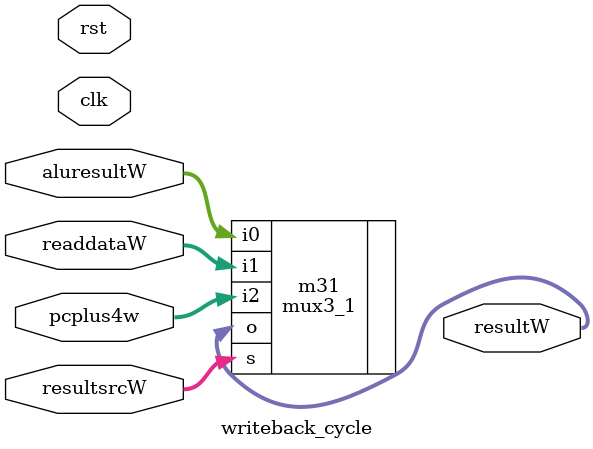
<source format=sv>
module writeback_cycle(clk,rst,aluresultW,
                        readdataW,pcplus4w,
								resultsrcW,resultW);
								
	input logic clk,rst;

	input logic [31:0] aluresultW,readdataW,pcplus4w;
	input logic [1:0] resultsrcW;
	 output logic [31:0] resultW;

	mux3_1 m31(.i0(aluresultW),.i1(readdataW),.i2(pcplus4w),
	           .s(resultsrcW),.o(resultW));
	
	endmodule
	
</source>
